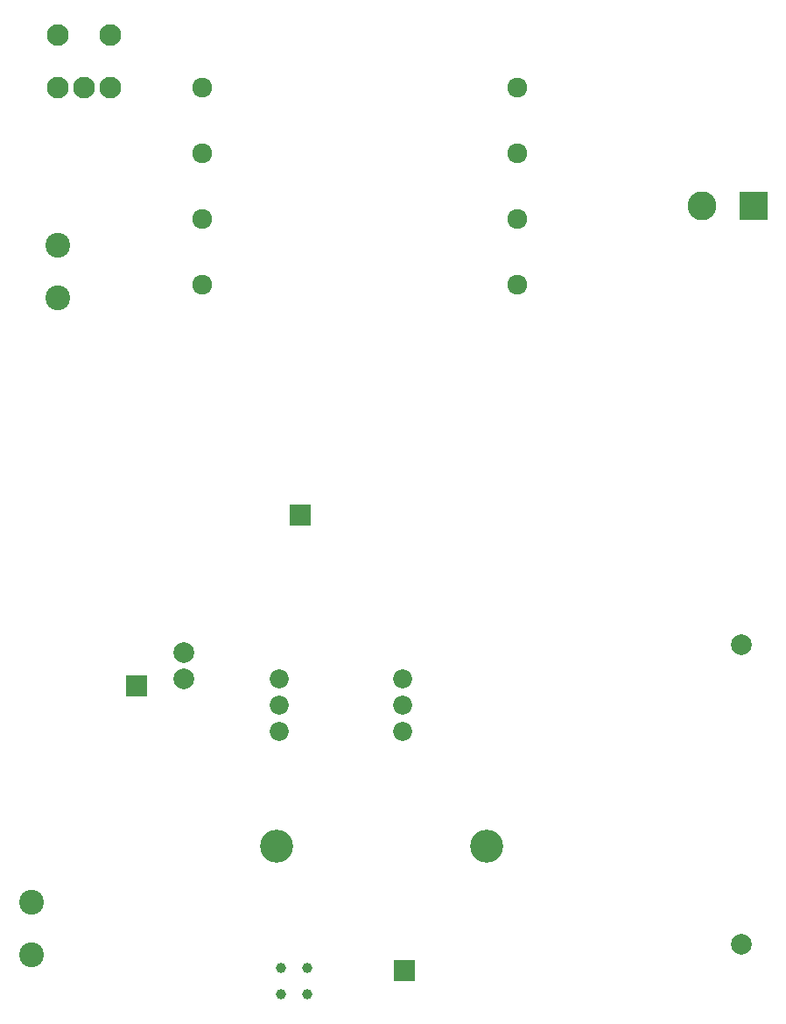
<source format=gbs>
G04 #@! TF.FileFunction,Soldermask,Bot*
%FSLAX46Y46*%
G04 Gerber Fmt 4.6, Leading zero omitted, Abs format (unit mm)*
G04 Created by KiCad (PCBNEW 4.0.7) date 04/11/19 03:01:07*
%MOMM*%
%LPD*%
G01*
G04 APERTURE LIST*
%ADD10C,0.100000*%
%ADD11C,2.000000*%
%ADD12R,2.800000X2.800000*%
%ADD13C,2.800000*%
%ADD14C,1.000000*%
%ADD15C,2.400000*%
%ADD16C,3.200000*%
%ADD17O,3.200000X3.200000*%
%ADD18C,1.840000*%
%ADD19C,2.100000*%
%ADD20C,1.924000*%
%ADD21R,2.100000X2.100000*%
G04 APERTURE END LIST*
D10*
D11*
X118237000Y-85598000D03*
X118237000Y-114548000D03*
D12*
X119380000Y-43180000D03*
D13*
X114380000Y-43180000D03*
D11*
X64262000Y-86360000D03*
X64262000Y-88860000D03*
D14*
X73660000Y-119380000D03*
X76200000Y-119380000D03*
X76200000Y-116840000D03*
X73660000Y-116840000D03*
D15*
X52070000Y-46990000D03*
X52070000Y-52070000D03*
D16*
X73279000Y-105029000D03*
D17*
X93599000Y-105029000D03*
D18*
X85471000Y-88900000D03*
X85471000Y-91440000D03*
X85471000Y-93980000D03*
X73533000Y-88900000D03*
X73533000Y-91440000D03*
X73533000Y-93980000D03*
D19*
X52070000Y-26670000D03*
X57150000Y-26670000D03*
X52070000Y-31750000D03*
X54610000Y-31750000D03*
X57150000Y-31750000D03*
D20*
X66040000Y-31750000D03*
X66040000Y-38100000D03*
X66040000Y-44450000D03*
X66040000Y-50800000D03*
X96520000Y-31750000D03*
X96520000Y-38100000D03*
X96520000Y-44450000D03*
X96520000Y-50800000D03*
D15*
X49530000Y-110490000D03*
X49530000Y-115570000D03*
D21*
X75565000Y-73025000D03*
X59690000Y-89535000D03*
X85598000Y-117094000D03*
M02*

</source>
